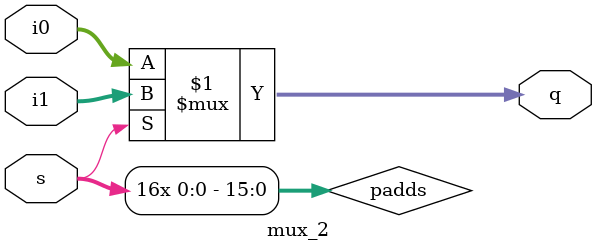
<source format=v>
module mux_2(i0,i1,s,q);
    
input [15:0]i1,i0;
input s;
output [15:0]q;
wire [15:0] padds;
assign padds = {16{s}};								//s =1 then i1 is choosen
//assign q= (!s & i0)|(s & i1);
assign q[15:0]=(s)?i1:i0;
endmodule

</source>
